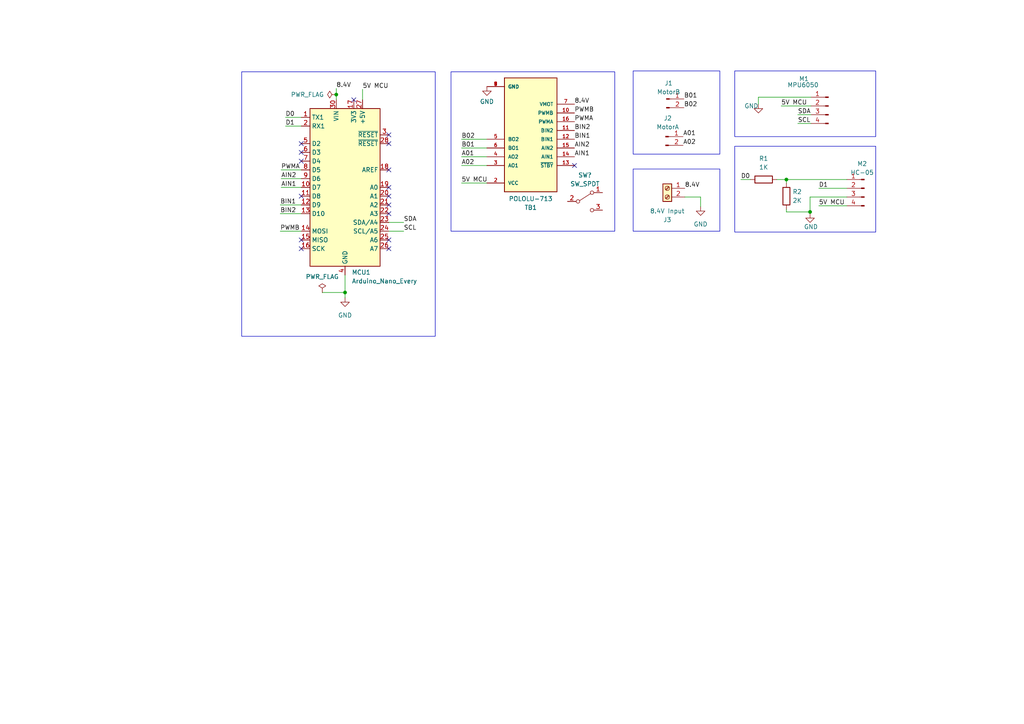
<source format=kicad_sch>
(kicad_sch (version 20230121) (generator eeschema)
  (paper "A4")
  (lib_symbols
    (symbol "Connector:Conn_01x02_Pin" (pin_names (offset 1.016) hide)
      (property "Reference" "J" (at 0 2.54 0))
      (property "Value" "Conn_01x02_Pin" (at 0 -5.08 0))
      (symbol "Conn_01x02_Pin_1_1"
        (polyline (pts (xy 1.27 -2.54) (xy 0.8636 -2.54)) (stroke (width 0.1524)))
        (polyline (pts (xy 1.27 0) (xy 0.8636 0)) (stroke (width 0.1524)))
        (rectangle (start 0.8636 -2.413) (end 0 -2.667) (stroke (width 0.1524)) (fill (type outline)))
        (rectangle (start 0.8636 0.127) (end 0 -0.127) (stroke (width 0.1524)) (fill (type outline)))
        (pin passive line (at 5.08 0 180) (length 3.81) (name "Pin_1") (number "1"))
        (pin passive line (at 5.08 -2.54 180) (length 3.81) (name "Pin_2") (number "2"))
      )
    )
    (symbol "Connector:Conn_01x04_Pin" (pin_names (offset 1.016) hide)
      (property "Reference" "J" (at 0 5.08 0))
      (property "Value" "Conn_01x04_Pin" (at 0 -7.62 0))
      (symbol "Conn_01x04_Pin_1_1"
        (polyline (pts (xy 1.27 -5.08) (xy 0.8636 -5.08)) (stroke (width 0.1524)))
        (polyline (pts (xy 1.27 -2.54) (xy 0.8636 -2.54)) (stroke (width 0.1524)))
        (polyline (pts (xy 1.27 0) (xy 0.8636 0)) (stroke (width 0.1524)))
        (polyline (pts (xy 1.27 2.54) (xy 0.8636 2.54)) (stroke (width 0.1524)))
        (rectangle (start 0.8636 -4.953) (end 0 -5.207) (stroke (width 0.1524)) (fill (type outline)))
        (rectangle (start 0.8636 -2.413) (end 0 -2.667) (stroke (width 0.1524)) (fill (type outline)))
        (rectangle (start 0.8636 0.127) (end 0 -0.127) (stroke (width 0.1524)) (fill (type outline)))
        (rectangle (start 0.8636 2.667) (end 0 2.413) (stroke (width 0.1524)) (fill (type outline)))
        (pin passive line (at 5.08 2.54 180) (length 3.81) (name "Pin_1") (number "1"))
        (pin passive line (at 5.08 0 180) (length 3.81) (name "Pin_2") (number "2"))
        (pin passive line (at 5.08 -2.54 180) (length 3.81) (name "Pin_3") (number "3"))
        (pin passive line (at 5.08 -5.08 180) (length 3.81) (name "Pin_4") (number "4"))
      )
    )
    (symbol "Connector:Screw_Terminal_01x02" (pin_names (offset 1.016) hide)
      (property "Reference" "J" (at 0 2.54 0))
      (property "Value" "Screw_Terminal_01x02" (at 0 -5.08 0))
      (symbol "Screw_Terminal_01x02_1_1"
        (rectangle (start -1.27 1.27) (end 1.27 -3.81) (stroke (width 0.254)) (fill (type background)))
        (circle (center 0 -2.54) (radius 0.635) (stroke (width 0.1524)))
        (polyline (pts (xy -0.5334 -2.2098) (xy 0.3302 -3.048)) (stroke (width 0.1524)))
        (polyline (pts (xy -0.5334 0.3302) (xy 0.3302 -0.508)) (stroke (width 0.1524)))
        (polyline (pts (xy -0.3556 -2.032) (xy 0.508 -2.8702)) (stroke (width 0.1524)))
        (polyline (pts (xy -0.3556 0.508) (xy 0.508 -0.3302)) (stroke (width 0.1524)))
        (circle (center 0 0) (radius 0.635) (stroke (width 0.1524)))
        (pin passive line (at -5.08 0 0) (length 3.81) (name "Pin_1") (number "1"))
        (pin passive line (at -5.08 -2.54 0) (length 3.81) (name "Pin_2") (number "2"))
      )
    )
    (symbol "Device:R" (pin_numbers hide) (pin_names (offset 0))
      (property "Reference" "R" (at 2.032 0 90))
      (property "Value" "R" (at 0 0 90))
      (symbol "R_0_1"
        (rectangle (start -1.016 -2.54) (end 1.016 2.54) (stroke (width 0.254)))
      )
      (symbol "R_1_1"
        (pin passive line (at 0 3.81 270) (length 1.27) (name "~") (number "1"))
        (pin passive line (at 0 -3.81 90) (length 1.27) (name "~") (number "2"))
      )
    )
    (symbol "MCU_Module:Arduino_Nano_Every"
      (property "Reference" "A" (at -10.16 23.495 0))
      (property "Value" "Arduino_Nano_Every" (at 5.08 -24.13 0))
      (symbol "Arduino_Nano_Every_0_1"
        (rectangle (start -10.16 22.86) (end 10.16 -22.86) (stroke (width 0.254)) (fill (type background)))
      )
      (symbol "Arduino_Nano_Every_1_1"
        (pin bidirectional line (at -12.7 20.32 0) (length 2.54) (name "TX1") (number "1"))
        (pin bidirectional line (at -12.7 0 0) (length 2.54) (name "D7") (number "10"))
        (pin bidirectional line (at -12.7 -2.54 0) (length 2.54) (name "D8") (number "11"))
        (pin bidirectional line (at -12.7 -5.08 0) (length 2.54) (name "D9") (number "12"))
        (pin bidirectional line (at -12.7 -7.62 0) (length 2.54) (name "D10") (number "13"))
        (pin bidirectional line (at -12.7 -12.7 0) (length 2.54) (name "MOSI") (number "14"))
        (pin bidirectional line (at -12.7 -15.24 0) (length 2.54) (name "MISO") (number "15"))
        (pin bidirectional line (at -12.7 -17.78 0) (length 2.54) (name "SCK") (number "16"))
        (pin power_out line (at 2.54 25.4 270) (length 2.54) (name "3V3") (number "17"))
        (pin input line (at 12.7 5.08 180) (length 2.54) (name "AREF") (number "18"))
        (pin bidirectional line (at 12.7 0 180) (length 2.54) (name "A0") (number "19"))
        (pin bidirectional line (at -12.7 17.78 0) (length 2.54) (name "RX1") (number "2"))
        (pin bidirectional line (at 12.7 -2.54 180) (length 2.54) (name "A1") (number "20"))
        (pin bidirectional line (at 12.7 -5.08 180) (length 2.54) (name "A2") (number "21"))
        (pin bidirectional line (at 12.7 -7.62 180) (length 2.54) (name "A3") (number "22"))
        (pin bidirectional line (at 12.7 -10.16 180) (length 2.54) (name "SDA/A4") (number "23"))
        (pin bidirectional line (at 12.7 -12.7 180) (length 2.54) (name "SCL/A5") (number "24"))
        (pin bidirectional line (at 12.7 -15.24 180) (length 2.54) (name "A6") (number "25"))
        (pin bidirectional line (at 12.7 -17.78 180) (length 2.54) (name "A7") (number "26"))
        (pin power_out line (at 5.08 25.4 270) (length 2.54) (name "+5V") (number "27"))
        (pin input line (at 12.7 12.7 180) (length 2.54) (name "~{RESET}") (number "28"))
        (pin passive line (at 0 -25.4 90) (length 2.54) hide (name "GND") (number "29"))
        (pin input line (at 12.7 15.24 180) (length 2.54) (name "~{RESET}") (number "3"))
        (pin power_in line (at -2.54 25.4 270) (length 2.54) (name "VIN") (number "30"))
        (pin power_in line (at 0 -25.4 90) (length 2.54) (name "GND") (number "4"))
        (pin bidirectional line (at -12.7 12.7 0) (length 2.54) (name "D2") (number "5"))
        (pin bidirectional line (at -12.7 10.16 0) (length 2.54) (name "D3") (number "6"))
        (pin bidirectional line (at -12.7 7.62 0) (length 2.54) (name "D4") (number "7"))
        (pin bidirectional line (at -12.7 5.08 0) (length 2.54) (name "D5") (number "8"))
        (pin bidirectional line (at -12.7 2.54 0) (length 2.54) (name "D6") (number "9"))
      )
    )
    (symbol "POLOLU-713:POLOLU-713" (pin_names (offset 1.016))
      (property "Reference" "TB" (at -7.6288 15.8933 0))
      (property "Value" "POLOLU-713" (at -7.622 -20.3255 0))
      (symbol "POLOLU-713_0_0"
        (rectangle (start -7.62 -17.78) (end 7.62 15.24) (stroke (width 0.254)) (fill (type background)))
        (pin power_in line (at 12.7 -15.24 180) (length 5.08) (name "GND") (number "1"))
        (pin input line (at -12.7 -7.62 0) (length 5.08) (name "PWMB") (number "10"))
        (pin input line (at -12.7 -2.54 0) (length 5.08) (name "BIN2") (number "11"))
        (pin input line (at -12.7 0 0) (length 5.08) (name "BIN1") (number "12"))
        (pin input line (at -12.7 7.62 0) (length 5.08) (name "~{STBY}") (number "13"))
        (pin input line (at -12.7 5.08 0) (length 5.08) (name "AIN1") (number "14"))
        (pin input line (at -12.7 2.54 0) (length 5.08) (name "AIN2") (number "15"))
        (pin input line (at -12.7 -5.08 0) (length 5.08) (name "PWMA") (number "16"))
        (pin power_in line (at 12.7 12.7 180) (length 5.08) (name "VCC") (number "2"))
        (pin output line (at 12.7 7.62 180) (length 5.08) (name "AO1") (number "3"))
        (pin output line (at 12.7 5.08 180) (length 5.08) (name "AO2") (number "4"))
        (pin output line (at 12.7 0 180) (length 5.08) (name "BO2") (number "5"))
        (pin output line (at 12.7 2.54 180) (length 5.08) (name "BO1") (number "6"))
        (pin input line (at -12.7 -10.16 0) (length 5.08) (name "VMOT") (number "7"))
        (pin power_in line (at 12.7 -15.24 180) (length 5.08) (name "GND") (number "8"))
        (pin power_in line (at 12.7 -15.24 180) (length 5.08) (name "GND") (number "9"))
      )
    )
    (symbol "Switch:SW_SPDT" (pin_names (offset 0) hide)
      (property "Reference" "SW" (at 0 4.318 0))
      (property "Value" "SW_SPDT" (at 0 -5.08 0))
      (symbol "SW_SPDT_0_0"
        (circle (center -2.032 0) (radius 0.508))
        (circle (center 2.032 -2.54) (radius 0.508))
      )
      (symbol "SW_SPDT_0_1"
        (polyline (pts (xy -1.524 0.254) (xy 1.651 2.286)))
        (circle (center 2.032 2.54) (radius 0.508))
      )
      (symbol "SW_SPDT_1_1"
        (pin passive line (at 5.08 2.54 180) (length 2.54) (name "A") (number "1"))
        (pin passive line (at -5.08 0 0) (length 2.54) (name "B") (number "2"))
        (pin passive line (at 5.08 -2.54 180) (length 2.54) (name "C") (number "3"))
      )
    )
    (symbol "power:GND" (power) (pin_names (offset 0))
      (property "Value" "GND" (at 0 -3.81 0))
      (symbol "GND_0_1"
        (polyline (pts (xy 0 0) (xy 0 -1.27) (xy 1.27 -1.27) (xy 0 -2.54) (xy -1.27 -1.27) (xy 0 -1.27)))
      )
      (symbol "GND_1_1"
        (pin power_in line (at 0 0 270) (length 0) hide (name "GND") (number "1"))
      )
    )
    (symbol "power:PWR_FLAG" (power) (pin_numbers hide) (pin_names (offset 0) hide)
      (property "Value" "PWR_FLAG" (at 0 3.81 0))
      (symbol "PWR_FLAG_0_0"
        (pin power_out line (at 0 0 90) (length 0) (name "pwr") (number "1"))
      )
      (symbol "PWR_FLAG_0_1"
        (polyline (pts (xy 0 0) (xy 0 1.27) (xy -1.016 1.905) (xy 0 2.54) (xy 1.016 1.905) (xy 0 1.27)))
      )
    )
  )
  (junction (at 234.95 61.468))
  (junction (at 100.076 84.836))
  (junction (at 228.092 52.07))
  (junction (at 97.536 27.432))
  (no_connect (at 87.376 46.736))
  (no_connect (at 102.616 28.956))
  (no_connect (at 112.776 61.976))
  (no_connect (at 112.776 59.436))
  (no_connect (at 87.376 41.656))
  (no_connect (at 112.776 56.896))
  (no_connect (at 87.376 44.196))
  (no_connect (at 87.376 72.136))
  (no_connect (at 112.776 69.596))
  (no_connect (at 87.376 69.596))
  (no_connect (at 112.776 39.116))
  (no_connect (at 112.776 72.136))
  (no_connect (at 112.776 54.356))
  (no_connect (at 166.624 48.006))
  (no_connect (at 112.776 41.656))
  (no_connect (at 112.776 49.276))
  (no_connect (at 87.376 56.896))
  (wire (pts (xy 219.964 28.194) (xy 219.964 30.226)))
  (wire (pts (xy 231.394 33.274) (xy 235.204 33.274)))
  (wire (pts (xy 133.858 45.466) (xy 141.224 45.466)))
  (wire (pts (xy 226.568 30.734) (xy 235.204 30.734)))
  (wire (pts (xy 198.628 57.15) (xy 203.2 57.15)))
  (wire (pts (xy 105.156 25.908) (xy 105.156 28.956)))
  (wire (pts (xy 231.394 35.814) (xy 235.204 35.814)))
  (wire (pts (xy 81.28 59.436) (xy 87.376 59.436)))
  (wire (pts (xy 133.858 40.386) (xy 141.224 40.386)))
  (wire (pts (xy 97.536 25.654) (xy 97.536 27.432)))
  (wire (pts (xy 203.2 57.15) (xy 203.2 59.944)))
  (wire (pts (xy 234.95 61.976) (xy 234.95 61.468)))
  (wire (pts (xy 81.534 51.816) (xy 87.376 51.816)))
  (wire (pts (xy 81.28 61.976) (xy 87.376 61.976)))
  (wire (pts (xy 112.776 64.516) (xy 117.094 64.516)))
  (wire (pts (xy 228.092 60.706) (xy 228.092 61.468)))
  (wire (pts (xy 228.092 52.07) (xy 245.618 52.07)))
  (wire (pts (xy 133.858 42.926) (xy 141.224 42.926)))
  (wire (pts (xy 237.49 59.69) (xy 245.618 59.69)))
  (wire (pts (xy 237.49 54.61) (xy 245.618 54.61)))
  (wire (pts (xy 100.076 79.756) (xy 100.076 84.836)))
  (wire (pts (xy 228.092 53.086) (xy 228.092 52.07)))
  (wire (pts (xy 81.534 49.276) (xy 87.376 49.276)))
  (wire (pts (xy 234.95 61.468) (xy 234.95 57.15)))
  (wire (pts (xy 133.858 53.086) (xy 141.224 53.086)))
  (wire (pts (xy 214.884 52.07) (xy 217.678 52.07)))
  (wire (pts (xy 112.776 67.056) (xy 117.094 67.056)))
  (wire (pts (xy 100.076 84.836) (xy 100.076 86.36)))
  (wire (pts (xy 219.964 28.194) (xy 235.204 28.194)))
  (wire (pts (xy 81.28 67.056) (xy 87.376 67.056)))
  (wire (pts (xy 234.95 57.15) (xy 245.618 57.15)))
  (wire (pts (xy 82.804 36.576) (xy 87.376 36.576)))
  (wire (pts (xy 82.804 34.036) (xy 87.376 34.036)))
  (wire (pts (xy 81.534 54.356) (xy 87.376 54.356)))
  (wire (pts (xy 228.092 61.468) (xy 234.95 61.468)))
  (wire (pts (xy 133.858 48.006) (xy 141.224 48.006)))
  (wire (pts (xy 97.536 27.432) (xy 97.536 28.956)))
  (wire (pts (xy 93.472 84.836) (xy 100.076 84.836)))
  (wire (pts (xy 225.298 52.07) (xy 228.092 52.07)))
  (rectangle (start 183.642 20.574) (end 208.788 44.704))
  (rectangle (start 213.106 20.574) (end 254 39.624))
  (rectangle (start 130.81 20.828) (end 178.308 67.056))
  (rectangle (start 183.642 49.022) (end 208.788 67.056))
  (rectangle (start 213.106 42.418) (end 254 67.31))
  (rectangle (start 70.104 20.828) (end 126.238 97.536))
  (label "SDA" (at 231.394 33.274 0))
  (label "PWMA" (at 166.624 35.306 0))
  (label "AIN2" (at 81.534 51.816 0))
  (label "5V MCU" (at 105.156 25.908 0))
  (label "8.4V" (at 97.536 25.654 0))
  (label "A01" (at 198.12 39.624 0))
  (label "5V MCU" (at 133.858 53.086 0))
  (label "AIN1" (at 166.624 45.466 0))
  (label "5V MCU" (at 237.49 59.69 0))
  (label "D1" (at 82.804 36.576 0))
  (label "AIN1" (at 81.534 54.356 0))
  (label "B01" (at 133.858 42.926 0))
  (label "BIN1" (at 166.624 40.386 0))
  (label "B02" (at 198.374 31.242 0))
  (label "D0" (at 82.804 34.036 0))
  (label "8.4V" (at 166.624 30.226 0))
  (label "B01" (at 198.374 28.702 0))
  (label "AIN2" (at 166.624 42.926 0))
  (label "A02" (at 198.12 42.164 0))
  (label "BIN2" (at 166.624 37.846 0))
  (label "BIN1" (at 81.28 59.436 0))
  (label "D0" (at 214.884 52.07 0))
  (label "PWMB" (at 166.624 32.766 0))
  (label "A02" (at 133.858 48.006 0))
  (label "A01" (at 133.858 45.466 0))
  (label "PWMA" (at 81.534 49.276 0))
  (label "D1" (at 237.49 54.61 0))
  (label "SCL" (at 231.394 35.814 0))
  (label "5V MCU" (at 226.568 30.734 0))
  (label "PWMB" (at 81.28 67.056 0))
  (label "SCL" (at 117.094 67.056 0))
  (label "BIN2" (at 81.28 61.976 0))
  (label "8.4V" (at 198.628 54.61 0))
  (label "B02" (at 133.858 40.386 0))
  (label "SDA" (at 117.094 64.516 0))
  (symbol (lib_id "Device:R") (at 228.092 56.896 0) (unit 1)
    (property "Reference" "R2" (at 229.87 55.626 0) (effects (justify left)))
    (property "Value" "2K" (at 229.87 58.166 0) (effects (justify left)))
    (property "Footprint" "Resistor_THT:R_Axial_DIN0207_L6.3mm_D2.5mm_P7.62mm_Horizontal" (effects hide))
  )
  (symbol (lib_id "Device:R") (at 221.488 52.07 90) (unit 1)
    (property "Reference" "R1" (at 221.488 45.974 90))
    (property "Value" "1K" (at 221.488 48.514 90))
    (property "Footprint" "Resistor_THT:R_Axial_DIN0207_L6.3mm_D2.5mm_P7.62mm_Horizontal" (effects hide))
  )
  (symbol (lib_id "power:GND") (at 100.076 86.36 0) (unit 1)
    (property "Reference" "#PWR05" (effects hide))
    (property "Value" "GND" (at 100.076 91.44 0))
  )
  (symbol (lib_id "power:GND") (at 234.95 61.976 0) (unit 1)
    (property "Reference" "#PWR04" (effects hide))
    (property "Value" "GND" (at 235.204 65.786 0))
  )
  (symbol (lib_id "POLOLU-713:POLOLU-713") (at 153.924 40.386 180) (unit 1)
    (property "Reference" "TB1" (at 153.924 60.198 0))
    (property "Value" "POLOLU-713" (at 153.924 57.658 0))
    (property "Footprint" "POLOLU-713:SHIELD_POLOLU-713" (effects hide))
    (property "MF" "Pololu" (effects hide))
    (property "Description" "\nDC-motor driver; IC: TB6612FNG; 100kHz; 1A; Uin mot: 4.5\n" (effects hide))
    (property "Package" "None" (effects hide))
    (property "Price" "None" (effects hide))
    (property "Check_prices" "https://www.snapeda.com/parts/POLOLU-713/Pololu/view-part/?ref=eda" (effects hide))
    (property "STANDARD" "Manufacturer recommendations" (effects hide))
    (property "SnapEDA_Link" "https://www.snapeda.com/parts/POLOLU-713/Pololu/view-part/?ref=snap" (effects hide))
    (property "MP" "POLOLU-713" (effects hide))
    (property "Availability" "Not in stock" (effects hide))
    (property "MANUFACTURER" "POLOLU" (effects hide))
  )
  (symbol (lib_id "power:GND") (at 219.964 30.226 0) (unit 1)
    (property "Reference" "#PWR02" (effects hide))
    (property "Value" "GND" (at 217.932 30.734 0))
  )
  (symbol (lib_id "Connector:Conn_01x02_Pin") (at 193.294 28.702 0) (unit 1)
    (property "Reference" "J1" (at 193.929 24.13 0))
    (property "Value" "MotorB" (at 193.929 26.67 0))
    (property "Footprint" "Connector_PinHeader_2.54mm:PinHeader_1x02_P2.54mm_Vertical" (effects hide))
  )
  (symbol (lib_id "Connector:Conn_01x02_Pin") (at 193.04 39.624 0) (unit 1)
    (property "Reference" "J2" (at 193.675 34.29 0))
    (property "Value" "MotorA" (at 193.675 36.83 0))
    (property "Footprint" "Connector_PinHeader_2.54mm:PinHeader_1x02_P2.54mm_Vertical" (effects hide))
  )
  (symbol (lib_id "Connector:Conn_01x04_Pin") (at 240.284 30.734 0) (mirror y) (unit 1)
    (property "Reference" "M1" (at 233.172 22.86 0))
    (property "Value" "MPU6050" (at 232.918 24.638 0))
    (property "Footprint" "Connector_PinHeader_2.54mm:PinHeader_1x04_P2.54mm_Vertical" (effects hide))
  )
  (symbol (lib_id "power:PWR_FLAG") (at 93.472 84.836 0) (unit 1)
    (property "Reference" "#FLG02" (effects hide))
    (property "Value" "PWR_FLAG" (at 93.472 80.264 0))
  )
  (symbol (lib_id "power:GND") (at 141.224 25.146 0) (mirror y) (unit 1)
    (property "Reference" "#PWR01" (effects hide))
    (property "Value" "GND" (at 141.224 29.464 0))
  )
  (symbol (lib_id "Switch:SW_SPDT") (at 169.672 58.42 0) (unit 1)
    (property "Reference" "SW?" (at 169.672 50.8 0))
    (property "Value" "SW_SPDT" (at 169.672 53.34 0))
  )
  (symbol (lib_id "Connector:Screw_Terminal_01x02") (at 193.548 54.61 0) (mirror y) (unit 1)
    (property "Reference" "J3" (at 193.548 63.754 0))
    (property "Value" "8.4V Input" (at 193.548 61.214 0))
    (property "Footprint" "TerminalBlock_RND:TerminalBlock_RND_205-00001_1x02_P5.00mm_Horizontal" (effects hide))
  )
  (symbol (lib_id "power:GND") (at 203.2 59.944 0) (unit 1)
    (property "Reference" "#PWR03" (effects hide))
    (property "Value" "GND" (at 203.2 65.024 0))
  )
  (symbol (lib_id "MCU_Module:Arduino_Nano_Every") (at 100.076 54.356 0) (unit 1)
    (property "Reference" "MCU1" (at 102.0319 78.994 0) (effects (justify left)))
    (property "Value" "Arduino_Nano_Every" (at 102.0319 81.534 0) (effects (justify left)))
    (property "Footprint" "Module:Arduino_Nano" (effects hide))
    (property "Datasheet" "https://content.arduino.cc/assets/NANOEveryV3.0_sch.pdf" (effects hide))
  )
  (symbol (lib_id "Connector:Conn_01x04_Pin") (at 250.698 54.61 0) (mirror y) (unit 1)
    (property "Reference" "M2" (at 250.063 47.498 0))
    (property "Value" "HC-05" (at 250.063 50.038 0))
    (property "Footprint" "Connector_PinHeader_2.54mm:PinHeader_1x04_P2.54mm_Vertical" (effects hide))
  )
  (symbol (lib_id "power:PWR_FLAG") (at 97.536 27.432 90) (unit 1)
    (property "Reference" "#FLG01" (effects hide))
    (property "Value" "PWR_FLAG" (at 93.98 27.432 90) (effects (justify left)))
  )
)
</source>
